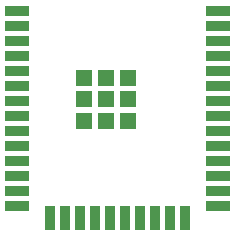
<source format=gbr>
%TF.GenerationSoftware,KiCad,Pcbnew,6.0.8-f2edbf62ab~116~ubuntu20.04.1*%
%TF.CreationDate,2023-02-28T14:52:02-03:00*%
%TF.ProjectId,placa-TAI,706c6163-612d-4544-9149-2e6b69636164,rev?*%
%TF.SameCoordinates,Original*%
%TF.FileFunction,Paste,Top*%
%TF.FilePolarity,Positive*%
%FSLAX46Y46*%
G04 Gerber Fmt 4.6, Leading zero omitted, Abs format (unit mm)*
G04 Created by KiCad (PCBNEW 6.0.8-f2edbf62ab~116~ubuntu20.04.1) date 2023-02-28 14:52:02*
%MOMM*%
%LPD*%
G01*
G04 APERTURE LIST*
%ADD10R,2.000000X0.900000*%
%ADD11R,0.900000X2.000000*%
%ADD12R,1.330000X1.330000*%
G04 APERTURE END LIST*
D10*
%TO.C,U1*%
X104760000Y-69100000D03*
X104760000Y-70370000D03*
X104760000Y-71640000D03*
X104760000Y-72910000D03*
X104760000Y-74180000D03*
X104760000Y-75450000D03*
X104760000Y-76720000D03*
X104760000Y-77990000D03*
X104760000Y-79260000D03*
X104760000Y-80530000D03*
X104760000Y-81800000D03*
X104760000Y-83070000D03*
X104760000Y-84340000D03*
X104760000Y-85610000D03*
D11*
X107545000Y-86610000D03*
X108815000Y-86610000D03*
X110085000Y-86610000D03*
X111355000Y-86610000D03*
X112625000Y-86610000D03*
X113895000Y-86610000D03*
X115165000Y-86610000D03*
X116435000Y-86610000D03*
X117705000Y-86610000D03*
X118975000Y-86610000D03*
D10*
X121760000Y-85610000D03*
X121760000Y-84340000D03*
X121760000Y-83070000D03*
X121760000Y-81800000D03*
X121760000Y-80530000D03*
X121760000Y-79260000D03*
X121760000Y-77990000D03*
X121760000Y-76720000D03*
X121760000Y-75450000D03*
X121760000Y-74180000D03*
X121760000Y-72910000D03*
X121760000Y-71640000D03*
X121760000Y-70370000D03*
X121760000Y-69100000D03*
D12*
X110425000Y-74765000D03*
X112260000Y-74765000D03*
X114095000Y-74765000D03*
X110425000Y-76600000D03*
X112260000Y-76600000D03*
X114095000Y-76600000D03*
X110425000Y-78435000D03*
X112260000Y-78435000D03*
X114095000Y-78435000D03*
%TD*%
M02*

</source>
